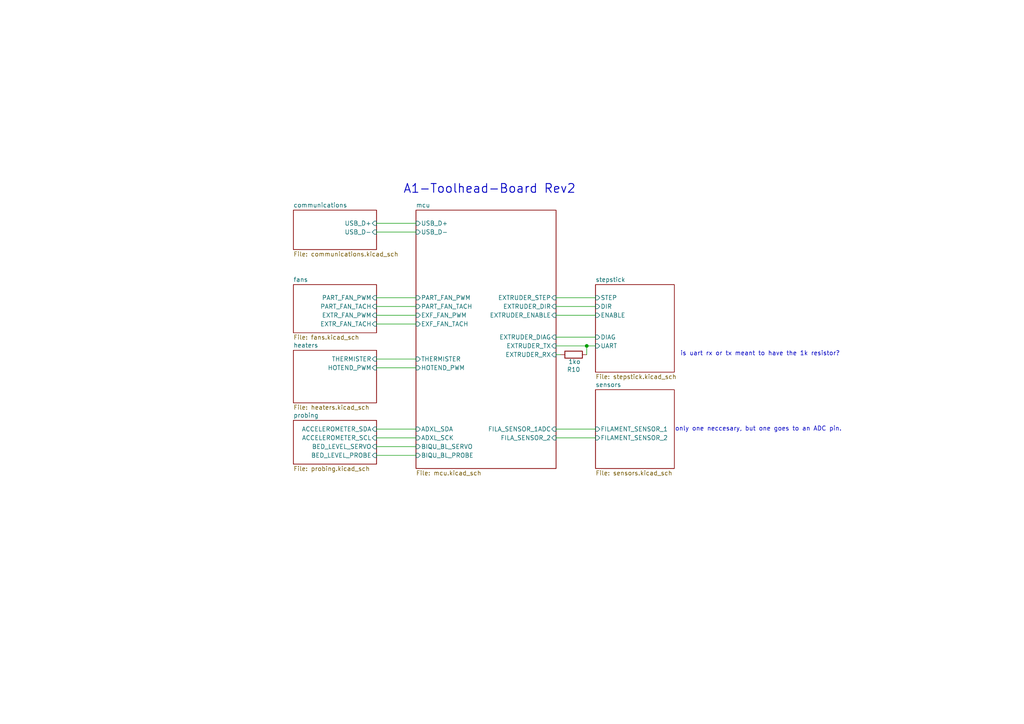
<source format=kicad_sch>
(kicad_sch (version 20250114) (generator "eeschema") (generator_version "9.0")
  (paper "A4")
  (title_block (title "Open Source A1 Toolhead Board") (date "2025-11-15") (rev "2") (company "Trihexangular Studios") (comment 1 "does not use standard usb pinout, see communications.sch") (comment 2 "An open source drop in toolhead board for bambu labs a1 printer"))
  (lib_symbols
    (symbol "Device:R" (pin_numbers (hide yes)) (pin_names (offset 0))
      (property "Reference" "R" (at 2.032 0 90))
      (property "Value" "R" (at 0 0 90))
      (symbol "R_0_1"
        (rectangle (start -1.016 -2.54) (end 1.016 2.54) (stroke (width 0.254)))
      )
      (symbol "R_1_1"
        (pin passive line (at 0 3.81 270) (length 1.27) (name "~") (number "1"))
        (pin passive line (at 0 -3.81 90) (length 1.27) (name "~") (number "2"))
      )
    )
  )
  (text "is uart rx or tx meant to have the 1k resistor?" (at 220.472 102.616 0) (effects (font (size 1.27 1.27))))
  (text "A1-Toolhead-Board Rev2" (at 141.986 54.864 0) (effects (font (size 2.54 2.54) (thickness 0.254) (bold yes))))
  (text "only one neccesary, but one goes to an ADC pin." (at 219.964 124.46 0) (effects (font (size 1.27 1.27))))
  (junction (at 170.18 100.33))
  (wire (pts (xy 109.22 93.98) (xy 120.65 93.98)))
  (wire (pts (xy 109.22 127) (xy 120.65 127)))
  (wire (pts (xy 161.29 102.87) (xy 162.56 102.87)))
  (wire (pts (xy 161.29 124.46) (xy 172.72 124.46)))
  (wire (pts (xy 109.22 91.44) (xy 120.65 91.44)))
  (wire (pts (xy 109.22 86.36) (xy 120.65 86.36)))
  (wire (pts (xy 161.29 100.33) (xy 170.18 100.33)))
  (wire (pts (xy 109.22 124.46) (xy 120.65 124.46)))
  (wire (pts (xy 109.22 67.31) (xy 120.65 67.31)))
  (wire (pts (xy 161.29 97.79) (xy 172.72 97.79)))
  (wire (pts (xy 109.22 88.9) (xy 120.65 88.9)))
  (wire (pts (xy 109.22 64.77) (xy 120.65 64.77)))
  (wire (pts (xy 161.29 88.9) (xy 172.72 88.9)))
  (wire (pts (xy 161.29 91.44) (xy 172.72 91.44)))
  (wire (pts (xy 170.18 100.33) (xy 170.18 102.87)))
  (wire (pts (xy 161.29 86.36) (xy 172.72 86.36)))
  (wire (pts (xy 170.18 100.33) (xy 172.72 100.33)))
  (wire (pts (xy 109.22 106.68) (xy 120.65 106.68)))
  (wire (pts (xy 109.22 104.14) (xy 120.65 104.14)))
  (wire (pts (xy 109.22 132.08) (xy 120.65 132.08)))
  (wire (pts (xy 161.29 127) (xy 172.72 127)))
  (wire (pts (xy 109.22 129.54) (xy 120.65 129.54)))
  (symbol (lib_id "Device:R") (at 166.37 102.87 90) (unit 1)
    (property "Reference" "R10" (at 166.37 107.188 90))
    (property "Value" "1ko" (at 166.624 104.902 90))
    (property "Description" "Resistor" (effects (hide yes)))
  )
  (sheet (at 85.09 82.55) (size 24.13 13.97) (stroke (width 0.1524))
    (property "Sheetname" "fans" (at 85.09 81.8384 0) (effects (justify left bottom)))
    (property "Sheetfile" "fans.kicad_sch" (at 85.09 97.1046 0) (effects (justify left top)))
    (pin "EXTR_FAN_PWM" input (at 109.22 91.44 0))
    (pin "EXTR_FAN_TACH" input (at 109.22 93.98 0))
    (pin "PART_FAN_TACH" input (at 109.22 88.9 0))
    (pin "PART_FAN_PWM" input (at 109.22 86.36 0))
  )
  (sheet (at 120.65 60.96) (size 40.64 74.93) (stroke (width 0.1524))
    (property "Sheetname" "mcu" (at 120.65 60.2484 0) (effects (justify left bottom)))
    (property "Sheetfile" "mcu.kicad_sch" (at 120.65 136.4746 0) (effects (justify left top)))
    (pin "EXTRUDER_TX" input (at 161.29 100.33 0))
    (pin "EXTRUDER_DIAG" input (at 161.29 97.79 0))
    (pin "EXTRUDER_ENABLE" input (at 161.29 91.44 0))
    (pin "EXTRUDER_RX" input (at 161.29 102.87 0))
    (pin "EXTRUDER_STEP" input (at 161.29 86.36 0))
    (pin "EXTRUDER_DIR" input (at 161.29 88.9 0))
    (pin "BIQU_BL_PROBE" input (at 120.65 132.08 180))
    (pin "BIQU_BL_SERVO" input (at 120.65 129.54 180))
    (pin "ADXL_SCK" input (at 120.65 127 180))
    (pin "ADXL_SDA" input (at 120.65 124.46 180))
    (pin "FILA_SENSOR_1ADC" input (at 161.29 124.46 0))
    (pin "FILA_SENSOR_2" input (at 161.29 127 0))
    (pin "PART_FAN_TACH" input (at 120.65 88.9 180))
    (pin "EXF_FAN_TACH" input (at 120.65 93.98 180))
    (pin "EXF_FAN_PWM" input (at 120.65 91.44 180))
    (pin "PART_FAN_PWM" input (at 120.65 86.36 180))
    (pin "THERMISTER" input (at 120.65 104.14 180))
    (pin "HOTEND_PWM" input (at 120.65 106.68 180))
    (pin "USB_D-" input (at 120.65 67.31 180))
    (pin "USB_D+" input (at 120.65 64.77 180))
  )
  (sheet (at 85.09 101.6) (size 24.13 15.24) (stroke (width 0.1524))
    (property "Sheetname" "heaters" (at 85.09 100.8884 0) (effects (justify left bottom)))
    (property "Sheetfile" "heaters.kicad_sch" (at 85.09 117.4246 0) (effects (justify left top)))
    (pin "THERMISTER" input (at 109.22 104.14 0))
    (pin "HOTEND_PWM" input (at 109.22 106.68 0))
  )
  (sheet (at 85.09 60.96) (size 24.13 11.43) (stroke (width 0.1524))
    (property "Sheetname" "communications" (at 85.09 60.2484 0) (effects (justify left bottom)))
    (property "Sheetfile" "communications.kicad_sch" (at 85.09 72.9746 0) (effects (justify left top)))
    (pin "USB_D-" input (at 109.22 67.31 0))
    (pin "USB_D+" input (at 109.22 64.77 0))
  )
  (sheet (at 85.09 121.92) (size 24.13 12.7) (stroke (width 0.1524))
    (property "Sheetname" "probing" (at 85.09 121.2084 0) (effects (justify left bottom)))
    (property "Sheetfile" "probing.kicad_sch" (at 85.09 135.2046 0) (effects (justify left top)))
    (pin "ACCELEROMETER_SDA" input (at 109.22 124.46 0))
    (pin "ACCELEROMETER_SCL" input (at 109.22 127 0))
    (pin "BED_LEVEL_SERVO" input (at 109.22 129.54 0))
    (pin "BED_LEVEL_PROBE" input (at 109.22 132.08 0))
  )
  (sheet (at 172.72 113.03) (size 22.86 22.86) (stroke (width 0.1524))
    (property "Sheetname" "sensors" (at 172.72 112.3184 0) (effects (justify left bottom)))
    (property "Sheetfile" "sensors.kicad_sch" (at 172.72 136.4746 0) (effects (justify left top)))
    (pin "FILAMENT_SENSOR_1" input (at 172.72 124.46 180))
    (pin "FILAMENT_SENSOR_2" input (at 172.72 127 180))
  )
  (sheet (at 172.72 82.55) (size 22.86 25.4) (stroke (width 0.1524))
    (property "Sheetname" "stepstick" (at 172.72 81.8384 0) (effects (justify left bottom)))
    (property "Sheetfile" "stepstick.kicad_sch" (at 172.72 108.5346 0) (effects (justify left top)))
    (pin "STEP" input (at 172.72 86.36 180))
    (pin "DIR" input (at 172.72 88.9 180))
    (pin "ENABLE" input (at 172.72 91.44 180))
    (pin "DIAG" input (at 172.72 97.79 180))
    (pin "UART" input (at 172.72 100.33 180))
  )
)
</source>
